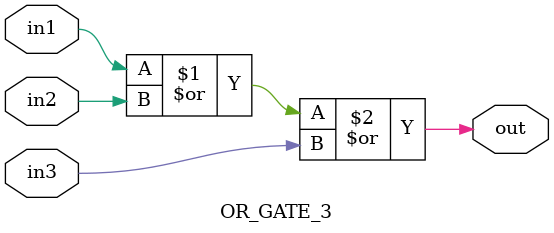
<source format=v>
module  OR_GATE_3(in1,in2,in3,out);

	input in1,in2,in3; 
	output out;



	assign   out = in1 | in2 | in3;

endmodule 
</source>
